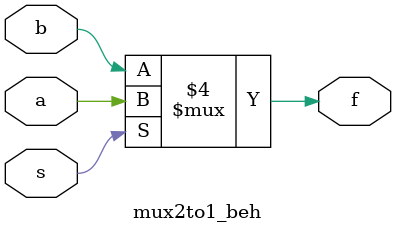
<source format=v>
module mux2to1_beh(f,a,b,s);

	input a,b,s;
	output f;
	reg f;
	
	always@ (s or a or b)
		if(s == 1)
			f = a;
		else
			f = b;

endmodule
</source>
